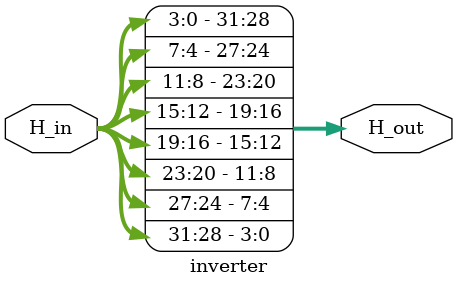
<source format=sv>
module inverter (
    input  wire [31:0] H_in
    ,output wire [0:31] H_out
);

    assign H_out = {    H_in[3:0],
                        H_in[7:4],
                        H_in[11:8],
                        H_in[15:12],
                        H_in[19:16],
                        H_in[23:20],
                        H_in[27:24],
                        H_in[31:28]
                        };

endmodule
</source>
